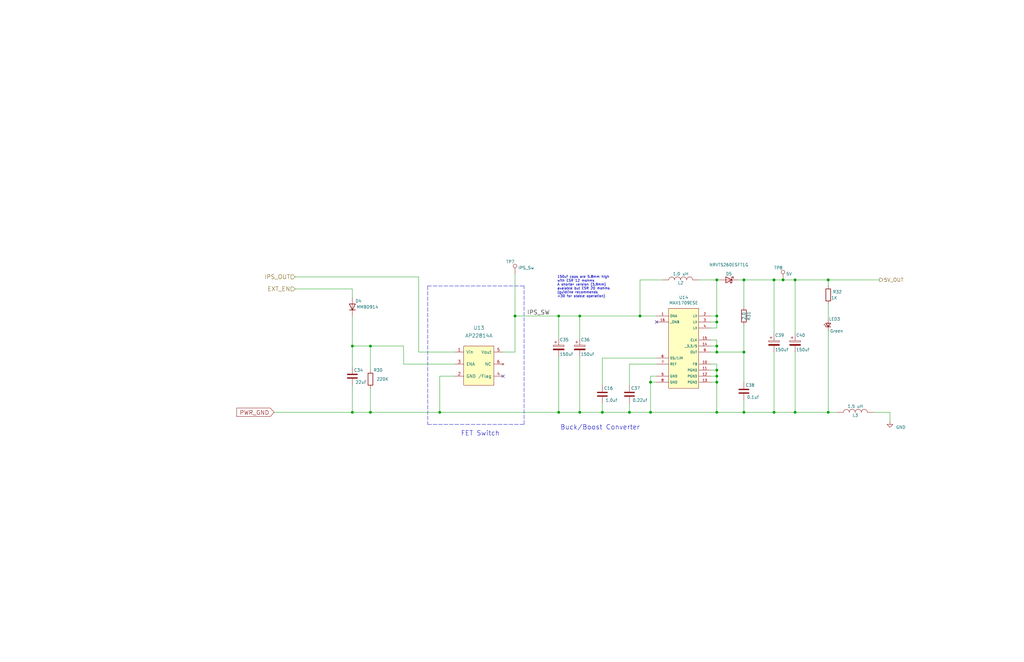
<source format=kicad_sch>
(kicad_sch (version 20210621) (generator eeschema)
  (paper "USLedger")
  (title_block (title "ConnectBox HAT using RPi CM4") (date "2021-10-08") (rev "1.6.0") (comment 1 "JRA"))
  (lib_symbols
    (symbol "Connector:TestPoint" (pin_numbers hide) (pin_names (offset 0.762) hide)
      (property "Reference" "TP" (at 0 6.858 0))
      (property "Value" "TestPoint" (at 0 5.08 0))
      (symbol "TestPoint_0_1"
        (circle (center 0 3.302) (radius 0.762))
      )
      (symbol "TestPoint_1_1"
        (pin passive line (at 0 0 90) (length 2.54) (name "1") (number "1"))
      )
    )
    (symbol "CustomComponents:AP22814A" (pin_names (offset 1.016))
      (property "Reference" "IC" (at -3.81 8.89 0))
      (property "Value" "AP22814A" (at 0 -11.43 0))
      (symbol "AP22814A_0_1"
        (rectangle (start -5.08 6.35) (end 7.62 -10.16) (fill (type background)))
      )
      (symbol "AP22814A_1_1"
        (pin input line (at -8.89 3.81 0) (length 3.81) (name "Vin") (number "1"))
        (pin input line (at -8.89 -6.35 0) (length 3.81) (name "GND") (number "2"))
        (pin input line (at -8.89 -1.27 0) (length 3.81) (name "ENA") (number "3"))
        (pin output line (at 11.43 -6.35 180) (length 3.81) (name "/Flag") (number "4"))
        (pin power_out line (at 11.43 3.81 180) (length 3.81) (name "Vout") (number "5"))
        (pin no_connect line (at 11.43 -1.27 180) (length 3.81) (name "NC") (number "6"))
      )
    )
    (symbol "CustomComponents:INDUCTOR-1" (pin_numbers hide) (pin_names (offset 1.016) hide)
      (property "Reference" "L" (at -1.27 0 90))
      (property "Value" "INDUCTOR-1" (at 2.54 0 90))
      (symbol "INDUCTOR-1_0_1"
        (arc (start 0.0254 -5.0546) (end 0.0254 -2.54) (radius (at 0 -3.81) (length 1.27) (angles -88.9 88.9)))
        (arc (start 0.0254 -2.5146) (end 0.0254 0.0508) (radius (at 0 -1.2446) (length 1.2954) (angles -88.9 88.9)))
        (arc (start 0.0254 0.0254) (end 0.0254 2.5908) (radius (at 0 1.2954) (length 1.2954) (angles -88.9 88.9)))
        (arc (start 0.0254 2.5654) (end 0.0254 4.9784) (radius (at 0 3.7592) (length 1.2192) (angles -88.9 88.9)))
      )
      (symbol "INDUCTOR-1_1_1"
        (pin passive line (at 0 7.62 270) (length 2.54) (name "1") (number "1"))
        (pin passive line (at 0 -7.62 90) (length 2.54) (name "2") (number "2"))
      )
    )
    (symbol "Custom_1:MAX1709ESE"
      (property "Reference" "U" (at -2.54 17.78 0))
      (property "Value" "MAX1709ESE" (at 0 15.24 0))
      (symbol "MAX1709ESE_0_1"
        (rectangle (start -6.35 13.335) (end 6.35 -20.32) (stroke (width 0.1524)) (fill (type background)))
      )
      (symbol "MAX1709ESE_1_1"
        (pin input line (at -11.43 10.16 0) (length 5.08) (name "ONA") (number "1"))
        (pin input line (at 11.43 -10.16 180) (length 5.08) (name "FB") (number "10"))
        (pin input line (at 11.43 -12.7 180) (length 5.08) (name "PGND") (number "11"))
        (pin input line (at 11.43 -15.24 180) (length 5.08) (name "PGND") (number "12"))
        (pin input line (at 11.43 -17.78 180) (length 5.08) (name "PGND") (number "13"))
        (pin input line (at 11.43 -2.54 180) (length 5.08) (name "_3.3/5") (number "14"))
        (pin input line (at 11.43 0 180) (length 5.08) (name "CLK") (number "15"))
        (pin input line (at -11.43 7.62 0) (length 5.08) (name "_ONB") (number "16"))
        (pin input line (at 11.43 10.16 180) (length 5.08) (name "LX") (number "2"))
        (pin input line (at 11.43 7.62 180) (length 5.08) (name "LX") (number "3"))
        (pin input line (at 11.43 5.08 180) (length 5.08) (name "LX") (number "4"))
        (pin input line (at -11.43 -15.24 0) (length 5.08) (name "GND") (number "5"))
        (pin input line (at -11.43 -7.62 0) (length 5.08) (name "SS/LIM") (number "6"))
        (pin input line (at -11.43 -10.16 0) (length 5.08) (name "REF") (number "7"))
        (pin input line (at -11.43 -17.78 0) (length 5.08) (name "GND") (number "8"))
        (pin input line (at 11.43 -5.08 180) (length 5.08) (name "OUT") (number "9"))
      )
    )
    (symbol "Device:C" (pin_numbers hide) (pin_names (offset 0.254))
      (property "Reference" "C" (at 0.635 2.54 0))
      (property "Value" "C" (at 0.635 -2.54 0))
      (symbol "C_0_1"
        (polyline (pts (xy -2.032 -0.762) (xy 2.032 -0.762)) (stroke (width 0.508)))
        (polyline (pts (xy -2.032 0.762) (xy 2.032 0.762)) (stroke (width 0.508)))
      )
      (symbol "C_1_1"
        (pin passive line (at 0 3.81 270) (length 2.794) (name "~") (number "1"))
        (pin passive line (at 0 -3.81 90) (length 2.794) (name "~") (number "2"))
      )
    )
    (symbol "Device:CP" (pin_numbers hide) (pin_names (offset 0.254))
      (property "Reference" "C" (at 0.635 2.54 0))
      (property "Value" "CP" (at 0.635 -2.54 0))
      (symbol "CP_0_1"
        (rectangle (start -2.286 0.508) (end 2.286 1.016))
        (rectangle (start 2.286 -0.508) (end -2.286 -1.016) (fill (type outline)))
        (polyline (pts (xy -1.778 2.286) (xy -0.762 2.286)))
        (polyline (pts (xy -1.27 2.794) (xy -1.27 1.778)))
      )
      (symbol "CP_1_1"
        (pin passive line (at 0 3.81 270) (length 2.794) (name "~") (number "1"))
        (pin passive line (at 0 -3.81 90) (length 2.794) (name "~") (number "2"))
      )
    )
    (symbol "Device:D_Schottky" (pin_numbers hide) (pin_names (offset 1.016) hide)
      (property "Reference" "D" (at 0 2.54 0))
      (property "Value" "D_Schottky" (at 0 -2.54 0))
      (symbol "D_Schottky_0_1"
        (polyline (pts (xy 1.27 0) (xy -1.27 0)))
        (polyline (pts (xy 1.27 1.27) (xy 1.27 -1.27) (xy -1.27 0) (xy 1.27 1.27)) (stroke (width 0.254)))
        (polyline (pts (xy -1.905 0.635) (xy -1.905 1.27) (xy -1.27 1.27) (xy -1.27 -1.27) (xy -0.635 -1.27) (xy -0.635 -0.635)) (stroke (width 0.254)))
      )
      (symbol "D_Schottky_1_1"
        (pin passive line (at -3.81 0 0) (length 2.54) (name "K") (number "1"))
        (pin passive line (at 3.81 0 180) (length 2.54) (name "A") (number "2"))
      )
    )
    (symbol "Device:LED_Small" (pin_numbers hide) (pin_names (offset 0.254) hide)
      (property "Reference" "D" (at -1.27 3.175 0))
      (property "Value" "LED_Small" (at -4.445 -2.54 0))
      (symbol "LED_Small_0_1"
        (polyline (pts (xy -0.762 -1.016) (xy -0.762 1.016)) (stroke (width 0.254)))
        (polyline (pts (xy 1.016 0) (xy -0.762 0)))
        (polyline (pts (xy 0.762 -1.016) (xy -0.762 0) (xy 0.762 1.016) (xy 0.762 -1.016)) (stroke (width 0.254)))
        (polyline (pts (xy 0 0.762) (xy -0.508 1.27) (xy -0.254 1.27) (xy -0.508 1.27) (xy -0.508 1.016)))
        (polyline (pts (xy 0.508 1.27) (xy 0 1.778) (xy 0.254 1.778) (xy 0 1.778) (xy 0 1.524)))
      )
      (symbol "LED_Small_1_1"
        (pin passive line (at -2.54 0 0) (length 1.778) (name "K") (number "1"))
        (pin passive line (at 2.54 0 180) (length 1.778) (name "A") (number "2"))
      )
    )
    (symbol "Device:R" (pin_numbers hide) (pin_names (offset 0))
      (property "Reference" "R" (at 2.032 0 90))
      (property "Value" "R" (at 0 0 90))
      (symbol "R_0_1"
        (rectangle (start -1.016 -2.54) (end 1.016 2.54) (stroke (width 0.254)))
      )
      (symbol "R_1_1"
        (pin passive line (at 0 3.81 270) (length 1.27) (name "~") (number "1"))
        (pin passive line (at 0 -3.81 90) (length 1.27) (name "~") (number "2"))
      )
    )
    (symbol "Diode:1N914" (pin_numbers hide) (pin_names (offset 1.016) hide)
      (property "Reference" "D" (at 0 2.54 0))
      (property "Value" "1N914" (at 0 -2.54 0))
      (symbol "1N914_0_1"
        (polyline (pts (xy -1.27 1.27) (xy -1.27 -1.27)) (stroke (width 0.254)))
        (polyline (pts (xy 1.27 0) (xy -1.27 0)))
        (polyline (pts (xy 1.27 1.27) (xy 1.27 -1.27) (xy -1.27 0) (xy 1.27 1.27)) (stroke (width 0.254)))
      )
      (symbol "1N914_1_1"
        (pin passive line (at -3.81 0 0) (length 2.54) (name "K") (number "1"))
        (pin passive line (at 3.81 0 180) (length 2.54) (name "A") (number "2"))
      )
    )
    (symbol "power:GND" (power) (pin_names (offset 0))
      (property "Value" "GND" (at 0 -3.81 0))
      (symbol "GND_0_1"
        (polyline (pts (xy 0 0) (xy 0 -1.27) (xy 1.27 -1.27) (xy 0 -2.54) (xy -1.27 -1.27) (xy 0 -1.27)))
      )
      (symbol "GND_1_1"
        (pin power_in line (at 0 0 270) (length 0) hide (name "GND") (number "1"))
      )
    )
  )
  (junction (at 148.59 146.05) (diameter 1.016))
  (junction (at 148.59 173.99) (diameter 1.016))
  (junction (at 156.21 146.05) (diameter 1.016))
  (junction (at 156.21 173.99) (diameter 1.016))
  (junction (at 185.42 173.99) (diameter 1.016))
  (junction (at 217.17 133.35) (diameter 1.016))
  (junction (at 235.585 133.35) (diameter 1.016))
  (junction (at 235.585 173.99) (diameter 1.016))
  (junction (at 244.475 133.35) (diameter 1.016))
  (junction (at 244.475 173.99) (diameter 1.016))
  (junction (at 254 173.99) (diameter 1.016))
  (junction (at 265.43 173.99) (diameter 1.016))
  (junction (at 269.875 133.35) (diameter 1.016))
  (junction (at 274.32 161.29) (diameter 1.016))
  (junction (at 274.32 173.99) (diameter 1.016))
  (junction (at 302.26 118.11) (diameter 1.016))
  (junction (at 302.26 133.35) (diameter 1.016))
  (junction (at 302.26 135.89) (diameter 1.016))
  (junction (at 302.26 146.05) (diameter 1.016))
  (junction (at 302.26 148.59) (diameter 1.016))
  (junction (at 302.26 156.21) (diameter 1.016))
  (junction (at 302.26 158.75) (diameter 1.016))
  (junction (at 302.26 161.29) (diameter 1.016))
  (junction (at 302.26 173.99) (diameter 1.016))
  (junction (at 313.69 118.11) (diameter 1.016))
  (junction (at 313.69 148.59) (diameter 1.016))
  (junction (at 313.69 173.99) (diameter 1.016))
  (junction (at 326.39 118.11) (diameter 1.016))
  (junction (at 326.39 173.99) (diameter 1.016))
  (junction (at 330.2 118.11) (diameter 1.016))
  (junction (at 335.28 118.11) (diameter 1.016))
  (junction (at 335.28 173.99) (diameter 1.016))
  (junction (at 349.25 118.11) (diameter 1.016))
  (junction (at 349.25 173.99) (diameter 1.016))
  (no_connect (at 212.09 158.75))
  (no_connect (at 276.86 135.89))
  (wire (pts (xy 115.57 173.99) (xy 148.59 173.99)))
  (wire (pts (xy 124.46 116.84) (xy 176.53 116.84)))
  (wire (pts (xy 124.46 121.92) (xy 148.59 121.92)))
  (wire (pts (xy 148.59 121.92) (xy 148.59 125.73)))
  (wire (pts (xy 148.59 133.35) (xy 148.59 146.05)))
  (wire (pts (xy 148.59 146.05) (xy 156.21 146.05)))
  (wire (pts (xy 148.59 154.94) (xy 148.59 146.05)))
  (wire (pts (xy 148.59 162.56) (xy 148.59 173.99)))
  (wire (pts (xy 156.21 146.05) (xy 170.18 146.05)))
  (wire (pts (xy 156.21 156.21) (xy 156.21 146.05)))
  (wire (pts (xy 156.21 163.83) (xy 156.21 173.99)))
  (wire (pts (xy 156.21 173.99) (xy 148.59 173.99)))
  (wire (pts (xy 156.21 173.99) (xy 185.42 173.99)))
  (wire (pts (xy 170.18 153.67) (xy 170.18 146.05)))
  (wire (pts (xy 170.18 153.67) (xy 191.77 153.67)))
  (wire (pts (xy 176.53 116.84) (xy 176.53 148.59)))
  (wire (pts (xy 176.53 148.59) (xy 191.77 148.59)))
  (wire (pts (xy 185.42 158.75) (xy 185.42 173.99)))
  (wire (pts (xy 185.42 173.99) (xy 235.585 173.99)))
  (wire (pts (xy 191.77 158.75) (xy 185.42 158.75)))
  (wire (pts (xy 212.09 148.59) (xy 217.17 148.59)))
  (wire (pts (xy 217.17 115.57) (xy 217.17 133.35)))
  (wire (pts (xy 217.17 133.35) (xy 217.17 148.59)))
  (wire (pts (xy 217.17 133.35) (xy 235.585 133.35)))
  (wire (pts (xy 235.585 133.35) (xy 235.585 142.875)))
  (wire (pts (xy 235.585 133.35) (xy 244.475 133.35)))
  (wire (pts (xy 235.585 150.495) (xy 235.585 173.99)))
  (wire (pts (xy 235.585 173.99) (xy 244.475 173.99)))
  (wire (pts (xy 244.475 133.35) (xy 244.475 142.875)))
  (wire (pts (xy 244.475 133.35) (xy 269.875 133.35)))
  (wire (pts (xy 244.475 150.495) (xy 244.475 173.99)))
  (wire (pts (xy 244.475 173.99) (xy 254 173.99)))
  (wire (pts (xy 254 151.13) (xy 276.86 151.13)))
  (wire (pts (xy 254 162.56) (xy 254 151.13)))
  (wire (pts (xy 254 170.18) (xy 254 173.99)))
  (wire (pts (xy 254 173.99) (xy 265.43 173.99)))
  (wire (pts (xy 265.43 153.67) (xy 265.43 162.56)))
  (wire (pts (xy 265.43 170.18) (xy 265.43 173.99)))
  (wire (pts (xy 265.43 173.99) (xy 274.32 173.99)))
  (wire (pts (xy 269.875 118.11) (xy 269.875 133.35)))
  (wire (pts (xy 269.875 133.35) (xy 276.86 133.35)))
  (wire (pts (xy 274.32 158.75) (xy 274.32 161.29)))
  (wire (pts (xy 274.32 161.29) (xy 274.32 173.99)))
  (wire (pts (xy 274.32 161.29) (xy 276.86 161.29)))
  (wire (pts (xy 274.32 173.99) (xy 302.26 173.99)))
  (wire (pts (xy 276.86 153.67) (xy 265.43 153.67)))
  (wire (pts (xy 276.86 158.75) (xy 274.32 158.75)))
  (wire (pts (xy 279.4 118.11) (xy 269.875 118.11)))
  (wire (pts (xy 294.64 118.11) (xy 302.26 118.11)))
  (wire (pts (xy 299.72 135.89) (xy 302.26 135.89)))
  (wire (pts (xy 299.72 138.43) (xy 302.26 138.43)))
  (wire (pts (xy 299.72 143.51) (xy 302.26 143.51)))
  (wire (pts (xy 299.72 146.05) (xy 302.26 146.05)))
  (wire (pts (xy 299.72 153.67) (xy 302.26 153.67)))
  (wire (pts (xy 302.26 118.11) (xy 302.26 133.35)))
  (wire (pts (xy 302.26 118.11) (xy 303.53 118.11)))
  (wire (pts (xy 302.26 133.35) (xy 299.72 133.35)))
  (wire (pts (xy 302.26 135.89) (xy 302.26 133.35)))
  (wire (pts (xy 302.26 138.43) (xy 302.26 135.89)))
  (wire (pts (xy 302.26 143.51) (xy 302.26 146.05)))
  (wire (pts (xy 302.26 146.05) (xy 302.26 148.59)))
  (wire (pts (xy 302.26 148.59) (xy 299.72 148.59)))
  (wire (pts (xy 302.26 153.67) (xy 302.26 156.21)))
  (wire (pts (xy 302.26 156.21) (xy 299.72 156.21)))
  (wire (pts (xy 302.26 156.21) (xy 302.26 158.75)))
  (wire (pts (xy 302.26 158.75) (xy 299.72 158.75)))
  (wire (pts (xy 302.26 158.75) (xy 302.26 161.29)))
  (wire (pts (xy 302.26 161.29) (xy 299.72 161.29)))
  (wire (pts (xy 302.26 161.29) (xy 302.26 173.99)))
  (wire (pts (xy 302.26 173.99) (xy 313.69 173.99)))
  (wire (pts (xy 311.15 118.11) (xy 313.69 118.11)))
  (wire (pts (xy 313.69 118.11) (xy 313.69 129.54)))
  (wire (pts (xy 313.69 118.11) (xy 326.39 118.11)))
  (wire (pts (xy 313.69 137.16) (xy 313.69 148.59)))
  (wire (pts (xy 313.69 148.59) (xy 302.26 148.59)))
  (wire (pts (xy 313.69 148.59) (xy 313.69 161.29)))
  (wire (pts (xy 313.69 168.91) (xy 313.69 173.99)))
  (wire (pts (xy 313.69 173.99) (xy 326.39 173.99)))
  (wire (pts (xy 326.39 118.11) (xy 326.39 140.97)))
  (wire (pts (xy 326.39 118.11) (xy 330.2 118.11)))
  (wire (pts (xy 326.39 173.99) (xy 326.39 148.59)))
  (wire (pts (xy 330.2 118.11) (xy 335.28 118.11)))
  (wire (pts (xy 335.28 118.11) (xy 335.28 140.97)))
  (wire (pts (xy 335.28 118.11) (xy 349.25 118.11)))
  (wire (pts (xy 335.28 173.99) (xy 326.39 173.99)))
  (wire (pts (xy 335.28 173.99) (xy 335.28 148.59)))
  (wire (pts (xy 349.25 118.11) (xy 349.25 120.65)))
  (wire (pts (xy 349.25 118.11) (xy 370.84 118.11)))
  (wire (pts (xy 349.25 128.27) (xy 349.25 134.62)))
  (wire (pts (xy 349.25 139.7) (xy 349.25 173.99)))
  (wire (pts (xy 349.25 173.99) (xy 335.28 173.99)))
  (wire (pts (xy 349.25 173.99) (xy 353.06 173.99)))
  (wire (pts (xy 375.285 173.99) (xy 368.3 173.99)))
  (wire (pts (xy 375.285 173.99) (xy 375.285 177.8)))
  (polyline (pts (xy 180.34 120.65) (xy 180.34 179.07)) (stroke (width 0) (type dash)))
  (polyline (pts (xy 180.34 120.65) (xy 220.98 120.65)) (stroke (width 0) (type dash)))
  (polyline (pts (xy 180.34 179.07) (xy 220.98 179.07)) (stroke (width 0) (type dash)))
  (polyline (pts (xy 220.98 179.07) (xy 220.98 120.65)) (stroke (width 0) (type dash)))
  (text "FET Switch" (at 194.31 184.15 0) (effects (font (size 2.0066 2.0066)) (justify left bottom)))
  (text "150uf caps are 5.8mm high\nwith ESR 12 mohms\nA shorter version (3.9mm)\navaiable but ESR 20 mohms\n(guidline recommends \n<30 for stable operation)" (at 234.95 125.73 0) (effects (font (size 1.016 1.016)) (justify left bottom)))
  (text "Buck/Boost Converter" (at 236.22 181.61 0) (effects (font (size 2.0066 2.0066)) (justify left bottom)))
  (label "IPS_SW" (at 222.25 133.35 0) (effects (font (size 1.778 1.778))))
  (global_label "PWR_GND" (shape input) (at 115.57 173.99 180) (effects (font (size 1.778 1.778))) (property "Intersheet References" "${INTERSHEET_REFS}" (effects hide)))
  (hierarchical_label "IPS_OUT" (shape input) (at 124.46 116.84 180) (effects (font (size 1.778 1.778))))
  (hierarchical_label "EXT_EN" (shape input) (at 124.46 121.92 180) (effects (font (size 1.778 1.778))))
  (hierarchical_label "5V_OUT" (shape output) (at 370.84 118.11 0) (effects (font (size 1.524 1.524))))
  (symbol (lib_id "Connector:TestPoint") (at 217.17 115.57 0) (unit 1)
    (property "Reference" "TP7" (at 213.36 110.49 0) (effects (justify left)))
    (property "Value" "IPS_Sw" (at 218.44 113.03 0) (effects (justify left)))
    (property "Footprint" "TestPoint:TestPoint_THTPad_D1.5mm_Drill0.7mm" (effects hide))
  )
  (symbol (lib_id "Connector:TestPoint") (at 330.2 118.11 0) (unit 1)
    (property "Reference" "TP8" (at 326.39 113.03 0) (effects (justify left)))
    (property "Value" "5V" (at 331.47 115.57 0) (effects (justify left)))
    (property "Footprint" "TestPoint:TestPoint_THTPad_D1.5mm_Drill0.7mm" (effects hide))
  )
  (symbol (lib_id "power:GND") (at 375.285 177.8 0) (unit 1)
    (property "Reference" "#PWR0103" (effects hide))
    (property "Value" "GND" (at 379.857 180.2892 0))
  )
  (symbol (lib_id "Device:LED_Small") (at 349.25 137.16 90) (unit 1)
    (property "Reference" "LED3" (at 354.33 134.62 90) (effects (justify left)))
    (property "Value" "Green" (at 355.6 139.7 90) (effects (justify left)))
    (property "Footprint" "LED_SMD:LED_0603_1608Metric" (effects hide))
    (property "Manufacturer" "Lite-On Inc." (effects hide))
    (property "Manufacturer P/N" "LTST-C191KFKT" (effects hide))
    (property "Description" "LED GREEN CLEAR 0603 SMD" (effects hide))
    (property "DigiKey P/N" "160-1446-1-ND" (effects hide))
    (property "Type" "SMD" (effects hide))
  )
  (symbol (lib_id "Device:R") (at 156.21 160.02 0) (unit 1)
    (property "Reference" "R30" (at 157.48 156.21 0) (effects (justify left)))
    (property "Value" "220K" (at 158.75 160.02 0) (effects (justify left)))
    (property "Footprint" "Resistor_SMD:R_0603_1608Metric" (effects hide))
    (property "Manufacturer" "Yageo" (effects hide))
    (property "Manufacturer P/N" "RC0603FR-07220KL" (effects hide))
    (property "Description" "RES SMD 220K OHM 1% 1/8W 0603" (effects hide))
    (property "DigiKey P/N" "311-220KHRCT-ND" (effects hide))
    (property "Type" "SMD" (effects hide))
  )
  (symbol (lib_id "Device:R") (at 313.69 133.35 0) (unit 1)
    (property "Reference" "R31" (at 315.722 133.35 90))
    (property "Value" "2.0" (at 313.69 133.35 90))
    (property "Footprint" "Resistor_SMD:R_0603_1608Metric" (effects hide))
    (property "Manufacturer" "Yageo" (effects hide))
    (property "Manufacturer P/N" "RC0603FR-072RL" (effects hide))
    (property "Description" "RES SMD 2.0 OHM 1% 1/8W 603" (effects hide))
    (property "DigiKey P/N" "311-2.00HRCT-ND" (effects hide))
    (property "Type" "SMD" (effects hide))
  )
  (symbol (lib_id "Device:R") (at 349.25 124.46 0) (unit 1)
    (property "Reference" "R32" (at 353.06 123.19 0))
    (property "Value" "1K" (at 351.79 125.73 0))
    (property "Footprint" "Resistor_SMD:R_0603_1608Metric" (effects hide))
    (property "Manufacturer" "Yageo" (effects hide))
    (property "Manufacturer P/N" "RC0603FR-071KL" (effects hide))
    (property "Description" "RES SMD 1K OHM 1% 1/8W 0603" (effects hide))
    (property "DigiKey P/N" "311-1.00KRCT-ND" (effects hide))
    (property "Type" "SMD" (effects hide))
  )
  (symbol (lib_id "Diode:1N914") (at 148.59 129.54 90) (unit 1)
    (property "Reference" "D4" (at 151.13 127 90))
    (property "Value" "MMBD914" (at 154.94 129.54 90))
    (property "Footprint" "Diode_SMD:D_SOT-23_ANK" (effects hide))
    (property "Datasheet" "http://www.vishay.com/docs/85622/1n914.pdf" (effects hide))
    (property "Manufacturer" "ON Semiconductor" (effects hide))
    (property "Manufacturer P/N" "MMBD914LT1G" (effects hide))
    (property "Description" "DIODE GEN PURP 100V 200MA SOT23" (effects hide))
    (property "DigiKey P/N" "MMBD914LT1GOSCT-ND" (effects hide))
    (property "Type" "SMD" (effects hide))
  )
  (symbol (lib_id "Device:D_Schottky") (at 307.34 118.11 0) (mirror y) (unit 1)
    (property "Reference" "D5" (at 307.34 115.57 0))
    (property "Value" "NRVTS260ESFT1G" (at 307.34 111.76 0))
    (property "Footprint" "CustomComponents:SOD-123FL" (effects hide))
    (property "Manufacturer" "ON Semiconductor" (effects hide))
    (property "Manufacturer P/N" "NRVTS260ESFT1G" (effects hide))
    (property "Description" "DIODE SCHOTTKY 60V 2A SOD123FL" (effects hide))
    (property "DigiKey P/N" "NRVTS260ESFT1GOSCT-ND" (effects hide))
    (property "Type" "SMD" (effects hide))
  )
  (symbol (lib_id "CustomComponents:INDUCTOR-1") (at 287.02 118.11 90) (unit 1)
    (property "Reference" "L2" (at 287.02 119.38 90))
    (property "Value" "1.0 uH" (at 287.02 115.57 90))
    (property "Footprint" "Inductor_SMD:L_Taiyo-Yuden_MD-5050" (effects hide))
    (property "Manufacturer" "Murata" (effects hide))
    (property "Manufacturer P/N" "LQH5BPN1R0N38L" (effects hide))
    (property "Description" "FIXED IND 1.0 UH 7A 12 MOHM SMD" (effects hide))
    (property "DigiKey P/N" "490-16290-1-ND - Cut Tape (CT)" (effects hide))
    (property "Type" "SMD" (effects hide))
  )
  (symbol (lib_id "CustomComponents:INDUCTOR-1") (at 360.68 173.99 90) (unit 1)
    (property "Reference" "L3" (at 360.68 175.26 90))
    (property "Value" "1.5 uH" (at 360.68 171.45 90))
    (property "Footprint" "Inductor_SMD:L_Taiyo-Yuden_NR-50xx" (effects hide))
    (property "Manufacturer" "Taiyo Yuden" (effects hide))
    (property "Manufacturer P/N" "NRS5020T1R5NMGJ" (effects hide))
    (property "Description" "FIXED IND 1.5UH 3A 31.2MOHM SMD" (effects hide))
    (property "DigiKey P/N" "587-2404-1-ND" (effects hide))
    (property "Type" "SMD" (effects hide))
  )
  (symbol (lib_id "Device:C") (at 148.59 158.75 0) (unit 1)
    (property "Reference" "C34" (at 149.225 156.21 0) (effects (justify left)))
    (property "Value" "22uF" (at 149.86 161.29 0) (effects (justify left)))
    (property "Footprint" "Capacitor_SMD:C_0603_1608Metric" (effects hide))
    (property "Manufacturer" "Samsung" (effects hide))
    (property "Manufacturer P/N" "CL10A226MQ8NRNC" (effects hide))
    (property "Description" "CAP CER 22UF 6.3V X5R 0603" (effects hide))
    (property "DigiKey P/N" "1276-1193-1-ND" (effects hide))
    (property "Type" "SMD" (effects hide))
  )
  (symbol (lib_id "Device:CP") (at 235.585 146.685 0) (unit 1)
    (property "Reference" "C35" (at 235.9661 143.3841 0) (effects (justify left)))
    (property "Value" "150uf" (at 235.9661 149.4928 0) (effects (justify left)))
    (property "Footprint" "Capacitor_SMD:CP_Elec_5x3" (effects hide))
    (property "Manufacturer" "Nippon Chemi-Con" (effects hide))
    (property "Manufacturer P/N" "APXF6R3ARA151ME61G" (effects hide))
    (property "Description" "150uf, 6.3V Alum Polymer Cap" (effects hide))
    (property "DigiKey P/N" "565-4332-1-ND" (effects hide))
    (property "Type" "SMD" (effects hide))
  )
  (symbol (lib_id "Device:CP") (at 244.475 146.685 0) (unit 1)
    (property "Reference" "C36" (at 244.8561 143.3841 0) (effects (justify left)))
    (property "Value" "150uf" (at 244.8561 149.4928 0) (effects (justify left)))
    (property "Footprint" "Capacitor_SMD:CP_Elec_5x3" (effects hide))
    (property "Manufacturer" "Nippon Chemi-Con" (effects hide))
    (property "Manufacturer P/N" "APXF6R3ARA151ME61G" (effects hide))
    (property "Description" "150uf, 6.3V Alum Polymer Cap" (effects hide))
    (property "DigiKey P/N" "565-4332-1-ND" (effects hide))
    (property "Type" "SMD" (effects hide))
  )
  (symbol (lib_id "Device:C") (at 254 166.37 0) (unit 1)
    (property "Reference" "C16" (at 254.635 163.83 0) (effects (justify left)))
    (property "Value" "1.0uf" (at 255.27 168.91 0) (effects (justify left)))
    (property "Footprint" "Capacitor_SMD:C_0603_1608Metric" (effects hide))
    (property "Manufacturer" "KEMET" (effects hide))
    (property "Manufacturer P/N" "C0603C105K9PACTU" (effects hide))
    (property "Description" "CAP CER 1UF 6.3V X5R 0603" (effects hide))
    (property "DigiKey P/N" "399-7848-1-ND" (effects hide))
    (property "Type" "SMD" (effects hide))
  )
  (symbol (lib_id "Device:C") (at 265.43 166.37 0) (unit 1)
    (property "Reference" "C37" (at 266.065 163.83 0) (effects (justify left)))
    (property "Value" "0.22uf" (at 266.7 168.91 0) (effects (justify left)))
    (property "Footprint" "Capacitor_SMD:C_0603_1608Metric" (effects hide))
    (property "Manufacturer" "KEMET" (effects hide))
    (property "Manufacturer P/N" "C0603C224K9PAC7867" (effects hide))
    (property "Description" "CAP CER 0.22UF 6.3V X5R 0603" (effects hide))
    (property "DigiKey P/N" "399-14969-1-ND " (effects hide))
    (property "Type" "SMD" (effects hide))
  )
  (symbol (lib_id "Device:C") (at 313.69 165.1 0) (unit 1)
    (property "Reference" "C38" (at 314.325 162.56 0) (effects (justify left)))
    (property "Value" "0.1uf" (at 314.96 167.64 0) (effects (justify left)))
    (property "Footprint" "Capacitor_SMD:C_0603_1608Metric" (effects hide))
    (property "Manufacturer" "KEMET" (effects hide))
    (property "Manufacturer P/N" "C0603C104K9PAC7867" (effects hide))
    (property "Description" "CAP CER 0.1UF 6.3V X5R 0603" (effects hide))
    (property "DigiKey P/N" "399-17575-1-ND" (effects hide))
    (property "Type" "SMD" (effects hide))
  )
  (symbol (lib_id "Device:CP") (at 326.39 144.78 0) (unit 1)
    (property "Reference" "C39" (at 326.7711 141.4791 0) (effects (justify left)))
    (property "Value" "150uf" (at 326.7711 147.5878 0) (effects (justify left)))
    (property "Footprint" "Capacitor_SMD:CP_Elec_5x3" (effects hide))
    (property "Manufacturer" "Nippon Chemi-Con" (effects hide))
    (property "Manufacturer P/N" "APXF6R3ARA151ME61G" (effects hide))
    (property "Description" "150uf, 6.3V Alum Polymer Cap" (effects hide))
    (property "DigiKey P/N" "565-4332-1-ND" (effects hide))
    (property "Type" "SMD" (effects hide))
  )
  (symbol (lib_id "Device:CP") (at 335.28 144.78 0) (unit 1)
    (property "Reference" "C40" (at 335.6611 141.4791 0) (effects (justify left)))
    (property "Value" "150uf" (at 335.6611 147.5878 0) (effects (justify left)))
    (property "Footprint" "Capacitor_SMD:CP_Elec_5x3" (effects hide))
    (property "Manufacturer" "Nippon Chemi-Con" (effects hide))
    (property "Manufacturer P/N" "APXF6R3ARA151ME61G" (effects hide))
    (property "Description" "150uf, 6.3V Alum Polymer Cap" (effects hide))
    (property "DigiKey P/N" "565-4332-1-ND" (effects hide))
    (property "Type" "SMD" (effects hide))
  )
  (symbol (lib_id "CustomComponents:AP22814A") (at 200.66 152.4 0) (unit 1)
    (property "Reference" "U13" (at 201.93 138.367 0) (effects (font (size 1.524 1.524))))
    (property "Value" "AP22814A" (at 201.93 141.646 0) (effects (font (size 1.524 1.524))))
    (property "Footprint" "CustomComponents:U-DFN2020-6" (effects hide))
    (property "Datasheet" "https://www.diodes.com/assets/Datasheets/AP22804_14.pdf" (effects hide))
  )
  (symbol (lib_id "Custom_1:MAX1709ESE") (at 288.29 143.51 0) (unit 1)
    (property "Reference" "U14" (at 288.29 125.5226 0))
    (property "Value" "MAX1709ESE" (at 288.29 127.8213 0))
    (property "Footprint" "Package_SO:SOP-16_3.9x9.9mm_P1.27mm" (effects hide))
    (property "Manufacturer" "Maxim" (effects hide))
    (property "Manufacturer P/N" "MAX1709ESE" (effects hide))
    (property "Description" "STEP-UP DC-DC CONVERTER" (effects hide))
    (property "Type" "SMD" (effects hide))
  )
)
</source>
